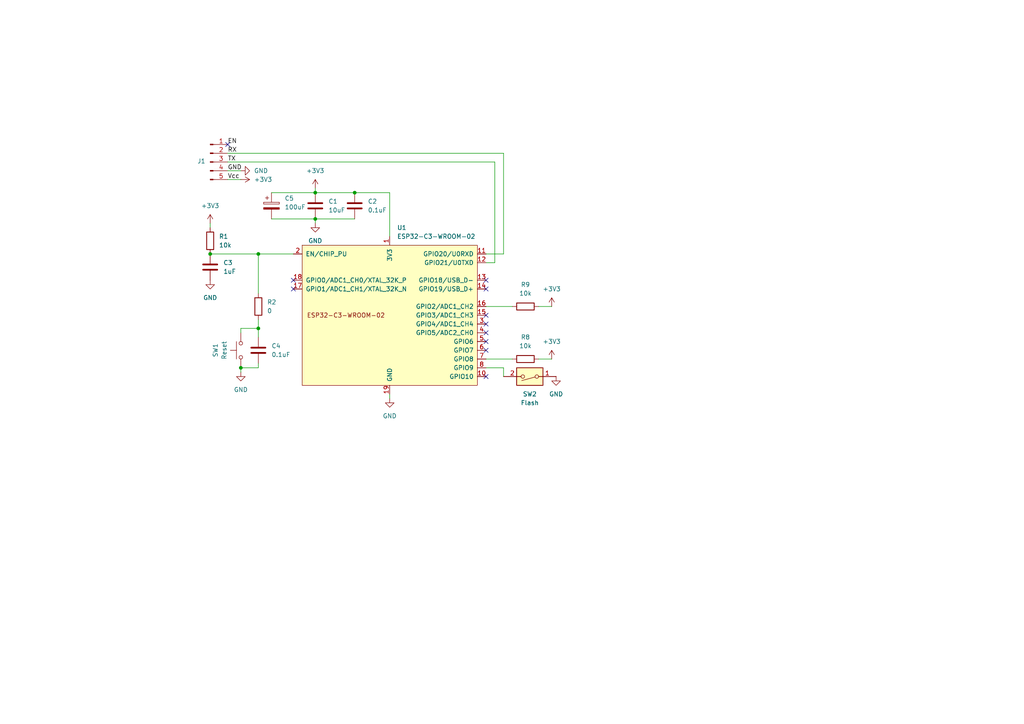
<source format=kicad_sch>
(kicad_sch (version 20250114) (generator "eeschema") (generator_version "9.0")
  (paper "A4")
  (lib_symbols
    (symbol "+3V3_1" (power) (pin_numbers (hide yes)) (pin_names (offset 0) (hide yes))
      (property "Value" "+3V3" (at -0.0001 3.81 90))
      (symbol "+3V3_1_0_1"
        (polyline (pts (xy -0.762 1.27) (xy 0 2.54)))
        (polyline (pts (xy 0 2.54) (xy 0.762 1.27)))
        (polyline (pts (xy 0 0) (xy 0 2.54)))
      )
      (symbol "+3V3_1_1_1"
        (pin power_in line (at 0 0 90) (length 0) (name "3V3") (number "1"))
      )
    )
    (symbol "Connector:Conn_01x05_Pin" (pin_names (offset 1.016) (hide yes))
      (property "Reference" "J" (at 0 7.62 0))
      (property "Value" "Conn_01x05_Pin" (at 0 -7.62 0))
      (symbol "Conn_01x05_Pin_1_1"
        (rectangle (start 0.8636 5.207) (end 0 4.953) (stroke (width 0.1524)) (fill (type outline)))
        (rectangle (start 0.8636 2.667) (end 0 2.413) (stroke (width 0.1524)) (fill (type outline)))
        (rectangle (start 0.8636 0.127) (end 0 -0.127) (stroke (width 0.1524)) (fill (type outline)))
        (rectangle (start 0.8636 -2.413) (end 0 -2.667) (stroke (width 0.1524)) (fill (type outline)))
        (rectangle (start 0.8636 -4.953) (end 0 -5.207) (stroke (width 0.1524)) (fill (type outline)))
        (polyline (pts (xy 1.27 5.08) (xy 0.8636 5.08)) (stroke (width 0.1524)))
        (polyline (pts (xy 1.27 2.54) (xy 0.8636 2.54)) (stroke (width 0.1524)))
        (polyline (pts (xy 1.27 0) (xy 0.8636 0)) (stroke (width 0.1524)))
        (polyline (pts (xy 1.27 -2.54) (xy 0.8636 -2.54)) (stroke (width 0.1524)))
        (polyline (pts (xy 1.27 -5.08) (xy 0.8636 -5.08)) (stroke (width 0.1524)))
        (pin passive line (at 5.08 5.08 180) (length 3.81) (name "Pin_1") (number "1"))
        (pin passive line (at 5.08 2.54 180) (length 3.81) (name "Pin_2") (number "2"))
        (pin passive line (at 5.08 0 180) (length 3.81) (name "Pin_3") (number "3"))
        (pin passive line (at 5.08 -2.54 180) (length 3.81) (name "Pin_4") (number "4"))
        (pin passive line (at 5.08 -5.08 180) (length 3.81) (name "Pin_5") (number "5"))
      )
    )
    (symbol "Device:C" (pin_numbers (hide yes)) (pin_names (offset 0.254))
      (property "Reference" "C" (at 0.635 2.54 0))
      (property "Value" "C" (at 0.635 -2.54 0))
      (symbol "C_0_1"
        (polyline (pts (xy -2.032 0.762) (xy 2.032 0.762)) (stroke (width 0.508)))
        (polyline (pts (xy -2.032 -0.762) (xy 2.032 -0.762)) (stroke (width 0.508)))
      )
      (symbol "C_1_1"
        (pin passive line (at 0 3.81 270) (length 2.794) (name "~") (number "1"))
        (pin passive line (at 0 -3.81 90) (length 2.794) (name "~") (number "2"))
      )
    )
    (symbol "Device:C_Polarized" (pin_numbers (hide yes)) (pin_names (offset 0.254))
      (property "Reference" "C" (at 0.635 2.54 0))
      (property "Value" "C_Polarized" (at 0.635 -2.54 0))
      (symbol "C_Polarized_0_1"
        (rectangle (start -2.286 0.508) (end 2.286 1.016))
        (polyline (pts (xy -1.778 2.286) (xy -0.762 2.286)))
        (polyline (pts (xy -1.27 2.794) (xy -1.27 1.778)))
        (rectangle (start 2.286 -0.508) (end -2.286 -1.016) (fill (type outline)))
      )
      (symbol "C_Polarized_1_1"
        (pin passive line (at 0 3.81 270) (length 2.794) (name "~") (number "1"))
        (pin passive line (at 0 -3.81 90) (length 2.794) (name "~") (number "2"))
      )
    )
    (symbol "Device:R" (pin_numbers (hide yes)) (pin_names (offset 0))
      (property "Reference" "R" (at 2.032 0 90))
      (property "Value" "R" (at 0 0 90))
      (symbol "R_0_1"
        (rectangle (start -1.016 -2.54) (end 1.016 2.54) (stroke (width 0.254)))
      )
      (symbol "R_1_1"
        (pin passive line (at 0 3.81 270) (length 1.27) (name "~") (number "1"))
        (pin passive line (at 0 -3.81 90) (length 1.27) (name "~") (number "2"))
      )
    )
    (symbol "GND_1" (power) (pin_numbers (hide yes)) (pin_names (offset 0) (hide yes))
      (property "Value" "GND" (at 0.0001 -3.81 90))
      (symbol "GND_1_0_1"
        (polyline (pts (xy 0 0) (xy 0 -1.27) (xy 1.27 -1.27) (xy 0 -2.54) (xy -1.27 -1.27) (xy 0 -1.27)))
      )
      (symbol "GND_1_1_1"
        (pin power_in line (at 0 0 270) (length 0) (name "GND") (number "1"))
      )
    )
    (symbol "PCM_Espressif:ESP32-C3-WROOM-02" (pin_names (offset 1.016))
      (property "Reference" "U" (at -25.4 25.4 0))
      (property "Value" "ESP32-C3-WROOM-02" (at -25.4 22.86 0))
      (symbol "ESP32-C3-WROOM-02_0_0"
        (text "ESP32-C3-WROOM-02" (at -12.7 0 0) (effects (font (size 1.27 1.27))))
      )
      (symbol "ESP32-C3-WROOM-02_0_1"
        (rectangle (start 25.4 20.32) (end -25.4 -20.32) (fill (type background)))
      )
      (symbol "ESP32-C3-WROOM-02_1_1"
        (pin input line (at -27.94 17.78 0) (length 2.54) (name "EN/CHIP_PU") (number "2"))
        (pin bidirectional line (at -27.94 10.16 0) (length 2.54) (name "GPIO0/ADC1_CH0/XTAL_32K_P") (number "18"))
        (pin bidirectional line (at -27.94 7.62 0) (length 2.54) (name "GPIO1/ADC1_CH1/XTAL_32K_N") (number "17"))
        (pin power_in line (at 0 22.86 270) (length 2.54) (name "3V3") (number "1"))
        (pin power_in line (at 0 -22.86 90) (length 2.54) (name "GND") (number "19"))
        (pin passive line (at 0 -22.86 90) (length 2.54) (hide yes) (name "GND") (number "9"))
        (pin bidirectional line (at 27.94 17.78 180) (length 2.54) (name "GPIO20/U0RXD") (number "11"))
        (pin bidirectional line (at 27.94 15.24 180) (length 2.54) (name "GPIO21/U0TXD") (number "12"))
        (pin bidirectional line (at 27.94 10.16 180) (length 2.54) (name "GPIO18/USB_D-") (number "13"))
        (pin bidirectional line (at 27.94 7.62 180) (length 2.54) (name "GPIO19/USB_D+") (number "14"))
        (pin bidirectional line (at 27.94 2.54 180) (length 2.54) (name "GPIO2/ADC1_CH2") (number "16"))
        (pin bidirectional line (at 27.94 0 180) (length 2.54) (name "GPIO3/ADC1_CH3") (number "15"))
        (pin bidirectional line (at 27.94 -2.54 180) (length 2.54) (name "GPIO4/ADC1_CH4") (number "3"))
        (pin bidirectional line (at 27.94 -5.08 180) (length 2.54) (name "GPIO5/ADC2_CH0") (number "4"))
        (pin bidirectional line (at 27.94 -7.62 180) (length 2.54) (name "GPIO6") (number "5"))
        (pin bidirectional line (at 27.94 -10.16 180) (length 2.54) (name "GPIO7") (number "6"))
        (pin bidirectional line (at 27.94 -12.7 180) (length 2.54) (name "GPIO8") (number "7"))
        (pin bidirectional line (at 27.94 -15.24 180) (length 2.54) (name "GPIO9") (number "8"))
        (pin bidirectional line (at 27.94 -17.78 180) (length 2.54) (name "GPIO10") (number "10"))
      )
    )
    (symbol "Switch:SW_DIP_x01" (pin_names (offset 0) (hide yes))
      (property "Reference" "SW" (at 0 3.81 0))
      (property "Value" "SW_DIP_x01" (at 0 -3.81 0))
      (symbol "SW_DIP_x01_0_0"
        (circle (center -2.032 0) (radius 0.508))
        (polyline (pts (xy -1.524 0.127) (xy 2.3622 1.1684)))
        (circle (center 2.032 0) (radius 0.508))
      )
      (symbol "SW_DIP_x01_0_1"
        (rectangle (start -3.81 2.54) (end 3.81 -2.54) (stroke (width 0.254)) (fill (type background)))
      )
      (symbol "SW_DIP_x01_1_1"
        (pin passive line (at -7.62 0 0) (length 5.08) (name "~") (number "1"))
        (pin passive line (at 7.62 0 180) (length 5.08) (name "~") (number "2"))
      )
    )
    (symbol "Switch:SW_Push" (pin_numbers (hide yes)) (pin_names (offset 1.016) (hide yes))
      (property "Reference" "SW" (at 1.27 2.54 0))
      (property "Value" "SW_Push" (at 0 -1.524 0))
      (symbol "SW_Push_0_1"
        (circle (center -2.032 0) (radius 0.508))
        (polyline (pts (xy 0 1.27) (xy 0 3.048)))
        (circle (center 2.032 0) (radius 0.508))
        (polyline (pts (xy 2.54 1.27) (xy -2.54 1.27)))
        (pin passive line (at -5.08 0 0) (length 2.54) (name "1") (number "1"))
        (pin passive line (at 5.08 0 180) (length 2.54) (name "2") (number "2"))
      )
    )
  )
  (junction (at 69.85 106.68))
  (junction (at 91.44 63.5))
  (junction (at 74.93 95.25))
  (junction (at 60.96 73.66))
  (junction (at 74.93 73.66))
  (junction (at 91.44 55.88))
  (junction (at 102.87 55.88))
  (no_connect (at 66.04 41.91))
  (no_connect (at 85.09 83.82))
  (no_connect (at 140.97 109.22))
  (no_connect (at 140.97 91.44))
  (no_connect (at 140.97 93.98))
  (no_connect (at 140.97 99.06))
  (no_connect (at 140.97 81.28))
  (no_connect (at 140.97 96.52))
  (no_connect (at 85.09 81.28))
  (no_connect (at 140.97 83.82))
  (no_connect (at 140.97 101.6))
  (wire (pts (xy 69.85 106.68) (xy 74.93 106.68)))
  (wire (pts (xy 66.04 49.53) (xy 69.85 49.53)))
  (wire (pts (xy 74.93 105.41) (xy 74.93 106.68)))
  (wire (pts (xy 74.93 95.25) (xy 74.93 97.79)))
  (wire (pts (xy 78.74 55.88) (xy 91.44 55.88)))
  (wire (pts (xy 140.97 104.14) (xy 148.59 104.14)))
  (wire (pts (xy 146.05 106.68) (xy 140.97 106.68)))
  (wire (pts (xy 143.51 46.99) (xy 66.04 46.99)))
  (wire (pts (xy 74.93 73.66) (xy 85.09 73.66)))
  (wire (pts (xy 146.05 44.45) (xy 66.04 44.45)))
  (wire (pts (xy 60.96 64.77) (xy 60.96 66.04)))
  (wire (pts (xy 91.44 63.5) (xy 91.44 64.77)))
  (wire (pts (xy 156.21 88.9) (xy 160.02 88.9)))
  (wire (pts (xy 113.03 55.88) (xy 113.03 68.58)))
  (wire (pts (xy 143.51 76.2) (xy 143.51 46.99)))
  (wire (pts (xy 146.05 73.66) (xy 146.05 44.45)))
  (wire (pts (xy 69.85 95.25) (xy 74.93 95.25)))
  (wire (pts (xy 69.85 106.68) (xy 69.85 107.95)))
  (wire (pts (xy 60.96 73.66) (xy 74.93 73.66)))
  (wire (pts (xy 74.93 92.71) (xy 74.93 95.25)))
  (wire (pts (xy 74.93 73.66) (xy 74.93 85.09)))
  (wire (pts (xy 156.21 104.14) (xy 160.02 104.14)))
  (wire (pts (xy 91.44 55.88) (xy 102.87 55.88)))
  (wire (pts (xy 146.05 73.66) (xy 140.97 73.66)))
  (wire (pts (xy 113.03 114.3) (xy 113.03 115.57)))
  (wire (pts (xy 69.85 96.52) (xy 69.85 95.25)))
  (wire (pts (xy 146.05 109.22) (xy 146.05 106.68)))
  (wire (pts (xy 91.44 54.61) (xy 91.44 55.88)))
  (wire (pts (xy 78.74 63.5) (xy 91.44 63.5)))
  (wire (pts (xy 102.87 55.88) (xy 113.03 55.88)))
  (wire (pts (xy 66.04 52.07) (xy 69.85 52.07)))
  (wire (pts (xy 140.97 76.2) (xy 143.51 76.2)))
  (wire (pts (xy 140.97 88.9) (xy 148.59 88.9)))
  (wire (pts (xy 91.44 63.5) (xy 102.87 63.5)))
  (label "GND" (at 66.04 49.53 0))
  (label "RX" (at 66.04 44.45 0))
  (label "Vcc" (at 66.04 52.07 0))
  (label "TX" (at 66.04 46.99 0))
  (label "EN" (at 66.04 41.91 0))
  (symbol (lib_id "Device:C") (at 60.96 77.47 0) (unit 1)
    (property "Reference" "C3" (at 64.77 76.1999 0) (effects (justify left)))
    (property "Value" "1uF" (at 64.77 78.7399 0) (effects (justify left)))
    (property "Footprint" "Capacitor_SMD:C_0805_2012Metric" (effects (hide yes)))
    (property "Description" "Unpolarized capacitor" (effects (hide yes)))
  )
  (symbol (lib_name "GND_1") (lib_id "power:GND") (at 113.03 115.57 0) (unit 1)
    (property "Reference" "#PWR05" (effects (hide yes)))
    (property "Value" "GND" (at 113.03 120.65 0))
    (property "Description" "Power symbol creates a global label with name \"GND\" , ground" (effects (hide yes)))
  )
  (symbol (lib_id "Device:C") (at 74.93 101.6 0) (unit 1)
    (property "Reference" "C4" (at 78.74 100.3299 0) (effects (justify left)))
    (property "Value" "0.1uF" (at 78.74 102.8699 0) (effects (justify left)))
    (property "Footprint" "Capacitor_SMD:C_0805_2012Metric" (effects (hide yes)))
    (property "Description" "Unpolarized capacitor" (effects (hide yes)))
  )
  (symbol (lib_id "Device:R") (at 74.93 88.9 180) (unit 1)
    (property "Reference" "R2" (at 77.47 87.6299 0) (effects (justify right)))
    (property "Value" "0" (at 77.47 90.1699 0) (effects (justify right)))
    (property "Footprint" "Resistor_SMD:R_0805_2012Metric" (effects (hide yes)))
    (property "Description" "Resistor" (effects (hide yes)))
  )
  (symbol (lib_name "+3V3_1") (lib_id "power:+3V3") (at 60.96 64.77 0) (unit 1)
    (property "Reference" "#PWR013" (effects (hide yes)))
    (property "Value" "+3V3" (at 60.96 59.69 0))
    (property "Description" "Power symbol creates a global label with name \"+3V3\"" (effects (hide yes)))
  )
  (symbol (lib_id "Switch:SW_Push") (at 69.85 101.6 90) (unit 1)
    (property "Reference" "SW1" (at 62.484 101.6 0))
    (property "Value" "Reset" (at 65.024 101.6 0))
    (property "Footprint" "Button_Switch_SMD:SW_Push_1P1T_XKB_TS-1187A" (effects (hide yes)))
    (property "Description" "Push button switch, generic, two pins" (effects (hide yes)))
  )
  (symbol (lib_name "GND_1") (lib_id "power:GND") (at 69.85 107.95 0) (unit 1)
    (property "Reference" "#PWR06" (effects (hide yes)))
    (property "Value" "GND" (at 69.85 113.03 0))
    (property "Description" "Power symbol creates a global label with name \"GND\" , ground" (effects (hide yes)))
  )
  (symbol (lib_name "GND_1") (lib_id "power:GND") (at 91.44 64.77 0) (unit 1)
    (property "Reference" "#PWR08" (effects (hide yes)))
    (property "Value" "GND" (at 91.44 69.85 0))
    (property "Description" "Power symbol creates a global label with name \"GND\" , ground" (effects (hide yes)))
  )
  (symbol (lib_id "Device:R") (at 152.4 88.9 270) (unit 1)
    (property "Reference" "R9" (at 152.4 82.55 90))
    (property "Value" "10k" (at 152.4 85.09 90))
    (property "Footprint" "Resistor_SMD:R_0805_2012Metric" (effects (hide yes)))
    (property "Description" "Resistor" (effects (hide yes)))
  )
  (symbol (lib_id "Switch:SW_DIP_x01") (at 153.67 109.22 180) (unit 1)
    (property "Reference" "SW2" (at 153.67 114.3 0))
    (property "Value" "Flash" (at 153.67 116.84 0))
    (property "Footprint" "Connector_PinHeader_2.54mm:PinHeader_1x02_P2.54mm_Horizontal" (effects (hide yes)))
    (property "Description" "1x DIP Switch, Single Pole Single Throw (SPST) switch, small symbol" (effects (hide yes)))
  )
  (symbol (lib_id "Device:C_Polarized") (at 78.74 59.69 0) (unit 1)
    (property "Reference" "C5" (at 82.55 57.5309 0) (effects (justify left)))
    (property "Value" "100uF" (at 82.55 60.0709 0) (effects (justify left)))
    (property "Footprint" "Capacitor_SMD:CP_Elec_5x5.4" (effects (hide yes)))
    (property "Description" "Polarized capacitor" (effects (hide yes)))
  )
  (symbol (lib_name "GND_1") (lib_id "power:GND") (at 161.29 109.22 0) (unit 1)
    (property "Reference" "#PWR07" (effects (hide yes)))
    (property "Value" "GND" (at 161.29 114.3 0))
    (property "Description" "Power symbol creates a global label with name \"GND\" , ground" (effects (hide yes)))
  )
  (symbol (lib_name "+3V3_1") (lib_id "power:+3V3") (at 69.85 52.07 270) (unit 1)
    (property "Reference" "#PWR012" (effects (hide yes)))
    (property "Value" "+3V3" (at 73.66 52.0699 90) (effects (justify left)))
    (property "Description" "Power symbol creates a global label with name \"+3V3\"" (effects (hide yes)))
  )
  (symbol (lib_id "Device:R") (at 60.96 69.85 0) (unit 1)
    (property "Reference" "R1" (at 63.5 68.5799 0) (effects (justify left)))
    (property "Value" "10k" (at 63.5 71.1199 0) (effects (justify left)))
    (property "Footprint" "Resistor_SMD:R_0805_2012Metric" (effects (hide yes)))
    (property "Description" "Resistor" (effects (hide yes)))
  )
  (symbol (lib_id "Device:C") (at 91.44 59.69 0) (unit 1)
    (property "Reference" "C1" (at 95.25 58.4199 0) (effects (justify left)))
    (property "Value" "10uF" (at 95.25 60.9599 0) (effects (justify left)))
    (property "Footprint" "Capacitor_SMD:C_0805_2012Metric" (effects (hide yes)))
    (property "Description" "Unpolarized capacitor" (effects (hide yes)))
  )
  (symbol (lib_name "+3V3_1") (lib_id "power:+3V3") (at 91.44 54.61 0) (unit 1)
    (property "Reference" "#PWR014" (effects (hide yes)))
    (property "Value" "+3V3" (at 91.44 49.53 0))
    (property "Description" "Power symbol creates a global label with name \"+3V3\"" (effects (hide yes)))
  )
  (symbol (lib_name "+3V3_1") (lib_id "power:+3V3") (at 160.02 104.14 0) (unit 1)
    (property "Reference" "#PWR016" (effects (hide yes)))
    (property "Value" "+3V3" (at 160.02 99.06 0))
    (property "Description" "Power symbol creates a global label with name \"+3V3\"" (effects (hide yes)))
  )
  (symbol (lib_id "Device:C") (at 102.87 59.69 0) (unit 1)
    (property "Reference" "C2" (at 106.68 58.4199 0) (effects (justify left)))
    (property "Value" "0.1uF" (at 106.68 60.9599 0) (effects (justify left)))
    (property "Footprint" "Capacitor_SMD:C_0805_2012Metric" (effects (hide yes)))
    (property "Description" "Unpolarized capacitor" (effects (hide yes)))
  )
  (symbol (lib_name "GND_1") (lib_id "power:GND") (at 60.96 81.28 0) (unit 1)
    (property "Reference" "#PWR04" (effects (hide yes)))
    (property "Value" "GND" (at 60.96 86.36 0))
    (property "Description" "Power symbol creates a global label with name \"GND\" , ground" (effects (hide yes)))
  )
  (symbol (lib_id "Device:R") (at 152.4 104.14 90) (unit 1)
    (property "Reference" "R8" (at 152.4 97.79 90))
    (property "Value" "10k" (at 152.4 100.33 90))
    (property "Footprint" "Resistor_SMD:R_0805_2012Metric" (effects (hide yes)))
    (property "Description" "Resistor" (effects (hide yes)))
  )
  (symbol (lib_name "GND_1") (lib_id "power:GND") (at 69.85 49.53 90) (unit 1)
    (property "Reference" "#PWR03" (effects (hide yes)))
    (property "Value" "GND" (at 73.66 49.5299 90) (effects (justify right)))
    (property "Description" "Power symbol creates a global label with name \"GND\" , ground" (effects (hide yes)))
  )
  (symbol (lib_id "PCM_Espressif:ESP32-C3-WROOM-02") (at 113.03 91.44 0) (unit 1)
    (property "Reference" "U1" (at 115.1733 66.04 0) (effects (justify left)))
    (property "Value" "ESP32-C3-WROOM-02" (at 115.1733 68.58 0) (effects (justify left)))
    (property "Footprint" "PCM_Espressif:ESP32-C3-WROOM-02" (effects (hide yes)))
    (property "Datasheet" "https://www.espressif.com/sites/default/files/documentation/esp32-c3-wroom-02_datasheet_en.pdf" (effects (hide yes)))
    (property "Description" "ESP32-C3-WROOM-02 is a general-purpose Wi-Fi and Bluetooth LE module. This module features a rich set of peripherals and high performance, which makes it an ideal choice for smart home, industrial automation, health care, consumer electronics, etc." (effects (hide yes)))
  )
  (symbol (lib_name "+3V3_1") (lib_id "power:+3V3") (at 160.02 88.9 0) (unit 1)
    (property "Reference" "#PWR015" (effects (hide yes)))
    (property "Value" "+3V3" (at 160.02 83.82 0))
    (property "Description" "Power symbol creates a global label with name \"+3V3\"" (effects (hide yes)))
  )
  (symbol (lib_id "Connector:Conn_01x05_Pin") (at 60.96 46.99 0) (unit 1)
    (property "Reference" "J1" (at 58.42 46.736 0))
    (property "Value" "Conn_01x05_Pin" (effects (hide yes)))
    (property "Footprint" "Connector_PinHeader_2.54mm:PinHeader_1x05_P2.54mm_Vertical" (effects (hide yes)))
    (property "Description" "Generic connector, single row, 01x05, script generated" (effects (hide yes)))
  )
)
</source>
